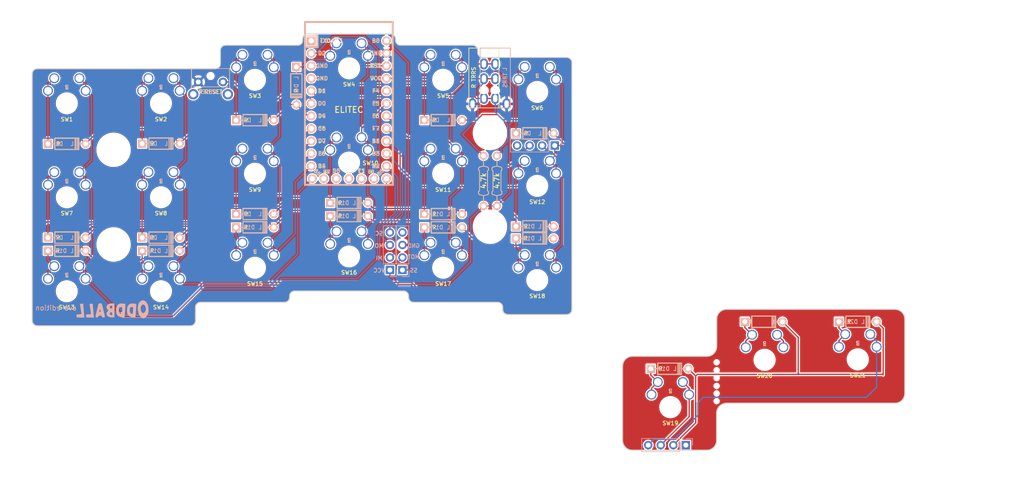
<source format=kicad_pcb>
(kicad_pcb (version 20221018) (generator pcbnew)
  (layers (0 "F.Cu" signal) (31 "B.Cu" signal) (34 "B.Paste" user) (35 "F.Paste" user) (36 "B.SilkS" user "B.Silkscreen") (37 "F.SilkS" user "F.Silkscreen") (38 "B.Mask" user) (39 "F.Mask" user) (44 "Edge.Cuts" user))
  (net 0 "")
  (net 1 "row1")
  (net 2 "Net-(U1-RST)")
  (net 3 "Net-(D16-A)")
  (net 4 "Net-(D1-A)")
  (net 5 "Net-(D3-A)")
  (net 6 "Net-(D2-A)")
  (net 7 "Net-(D4-A)")
  (net 8 "row2")
  (net 9 "Net-(D5-A)")
  (net 10 "Net-(D6-A)")
  (net 11 "Net-(D7-A)")
  (net 12 "Net-(D8-A)")
  (net 13 "Net-(D9-A)")
  (net 14 "Net-(D10-A)")
  (net 15 "Net-(D11-A)")
  (net 16 "row3")
  (net 17 "Net-(D12-A)")
  (net 18 "Net-(D13-A)")
  (net 19 "Net-(D14-A)")
  (net 20 "Net-(D15-A)")
  (net 21 "Net-(D17-A)")
  (net 22 "Net-(D18-A)")
  (net 23 "Net-(J2-Pin_3)")
  (net 24 "Net-(D19-A)")
  (net 25 "row4")
  (net 26 "column6")
  (net 27 "column5")
  (net 28 "Net-(J2-Pin_1)")
  (net 29 "GND")
  (net 30 "data1")
  (net 31 "VCC")
  (net 32 "data2")
  (net 33 "motion")
  (net 34 "ss")
  (net 35 "mosi")
  (net 36 "sclk")
  (net 37 "miso")
  (net 38 "column1")
  (net 39 "column2")
  (net 40 "column3")
  (net 41 "column4")
  (net 42 "Net-(D20-A)")
  (net 43 "Net-(J2-Pin_4)")
  (net 44 "Net-(D21-A)")
  (net 45 "Net-(D19-K)")
  (footprint "oddball:Hybrid_PLATE_100H_Dual_hole-flip" (layer "F.Cu") (at 80.53 71.38)
    (fp_text reference "SW1")
    (fp_text value "KEYSW" hide)
  )
  (footprint "oddball:Hybrid_PLATE_100H_Dual_hole-flip" (layer "F.Cu") (at 156.72 66.62)
    (fp_text reference "SW5")
    (fp_text value "KEYSW" hide)
  )
  (footprint "oddball:Hybrid_PLATE_100H_Dual_hole-flip" (layer "F.Cu") (at 99.59 90.42)
    (fp_text reference "SW8")
    (fp_text value "KEYSW" hide)
  )
  (footprint "oddball:Hybrid_PLATE_100H_Dual_hole-flip" (layer "F.Cu") (at 118.62 85.65)
    (fp_text reference "SW9")
    (fp_text value "KEYSW" hide)
  )
  (footprint "oddball:Hybrid_PLATE_100H_Dual_hole-flip" (layer "F.Cu") (at 156.72 85.65)
    (fp_text reference "SW11")
    (fp_text value "KEYSW" hide)
  )
  (footprint "oddball:Hybrid_PLATE_100H_Dual_hole-flip" (layer "F.Cu") (at 175.77 88.12)
    (fp_text reference "SW12")
    (fp_text value "KEYSW" hide)
  )
  (footprint "oddball:Hybrid_PLATE_100H_Dual_hole-flip" (layer "F.Cu") (at 80.52 109.47)
    (fp_text reference "SW13")
    (fp_text value "KEYSW" hide)
  )
  (footprint "oddball:Hybrid_PLATE_100H_Dual_hole-flip" (layer "F.Cu") (at 118.62 104.7)
    (fp_text reference "SW15")
    (fp_text value "KEYSW" hide)
  )
  (footprint "oddball:Hybrid_PLATE_100H_Dual_hole-flip" (layer "F.Cu") (at 137.67 102.42)
    (fp_text reference "SW16")
    (fp_text value "KEYSW" hide)
  )
  (footprint "oddball:Hybrid_PLATE_100H_Dual_hole-flip" (layer "F.Cu") (at 175.77 107.2)
    (fp_text reference "SW18")
    (fp_text value "KEYSW" hide)
  )
  (footprint "oddball:Hybrid_PLATE_100H_Dual_hole-flip" (layer "F.Cu") (at 118.62 66.62)
    (fp_text reference "SW3")
    (fp_text value "KEYSW" hide)
  )
  (footprint "oddball:Hybrid_PLATE_100H_Dual_hole-flip" (layer "F.Cu") (at 137.67 83.38)
    (fp_text reference "SW10")
    (fp_text value "KEYSW" hide)
  )
  (footprint "oddball:Hybrid_PLATE_100H_Dual_hole-flip" (layer "F.Cu") (at 80.53 90.43)
    (fp_text reference "SW7")
    (fp_text value "KEYSW" hide)
  )
  (footprint "oddball:Hybrid_PLATE_100H_Dual_hole-flip" (layer "F.Cu") (at 99.59 71.37)
    (fp_text reference "SW2")
    (fp_text value "KEYSW" hide)
  )
  (footprint "oddball:Hybrid_PLATE_100H_Dual_hole-flip" (layer "F.Cu") (at 137.67 64.3)
    (fp_text reference "SW4")
    (fp_text value "KEYSW" hide)
  )
  (footprint "oddball:Hybrid_PLATE_100H_Dual_hole-flip" (layer "F.Cu") (at 156.72 104.71)
    (fp_text reference "SW17")
    (fp_text value "KEYSW" hide)
  )
  (footprint "oddball:Hybrid_PLATE_100H_Dual_hole-flip" (layer "F.Cu") (at 99.59 109.47)
    (fp_text reference "SW14")
    (fp_text value "KEYSW" hide)
  )
  (footprint "oddball:Mount" (layer "F.Cu") (at 166.2 96.4)
    (fp_text reference "U4" hide)
    (fp_text value "HOLE")
  )
  (footprint "oddball:Mount" (layer "F.Cu") (at 90 80.8)
    (fp_text reference "U4" hide)
    (fp_text value "HOLE")
  )
  (footprint "oddball:Mount" (layer "F.Cu") (at 90 100)
    (fp_text reference "U4" hide)
    (fp_text value "HOLE")
  )
  (footprint "oddball:TRRS-PJ-320A-dual" (layer "F.Cu") (at 166.116 60.198)
    (fp_text reference "J3")
    (fp_text value "TRRS")
  )
  (footprint "oddball:Hybrid_PLATE_100H_Dual_hole-flip" (layer "F.Cu") (at 221.795 123.37)
    (fp_text reference "SW20")
    (fp_text value "KEYSW" hide)
  )
  (footprint "oddball:Hybrid_PLATE_100H_Dual_hole-flip" (layer "F.Cu") (at 202.715 132.955)
    (fp_text reference "SW19")
    (fp_text value "KEYSW" hide)
  )
  (footprint "Keebio-Parts:Resistor" (layer "F.Cu") (at 167.6 87.1 90)
    (fp_text reference "R1" hide)
    (fp_text value "4.7k")
  )
  (footprint "Keebio-Parts:Resistor" (layer "F.Cu") (at 164.9 87.1 -90)
    (fp_text reference "R2" hide)
    (fp_text value "4.7k")
  )
  (footprint "oddball:Hybrid_PLATE_100H_Dual_hole-flip" (layer "F.Cu") (at 175.77 69.07)
    (fp_text reference "SW6")
    (fp_text value "KEYSW" hide)
  )
  (footprint "oddball:Mount" (layer "F.Cu") (at 166.2 77.4)
    (fp_text reference "U4" hide)
    (fp_text value "HOLE")
  )
  (footprint "oddball:PerfHole" (layer "F.Cu") (at 212.09 123.87)
    (fp_text reference "REF**" hide)
    (fp_text value "PerfHole" hide)
  )
  (footprint "oddball:PerfHole" (layer "F.Cu") (at 212.09 125.47)
    (fp_text reference "REF**" hide)
    (fp_text value "PerfHole" hide)
  )
  (footprint "oddball:PerfHole" (layer "F.Cu") (at 212.09 127.08)
    (fp_text reference "REF**" hide)
    (fp_text value "PerfHole" hide)
  )
  (footprint "Keebio-Parts:Elite-C" (layer "F.Cu") (at 137.63 72.68 -90)
    (fp_text reference "U1" hide)
    (fp_text value "ELITEC")
  )
  (footprint "oddball:Hybrid_PLATE_100H_Dual_hole-flip" (layer "F.Cu") (at 240.665 123.27)
    (fp_text reference "SW21")
    (fp_text value "KEYSW" hide)
  )
  (footprint "oddball:PerfHole" (layer "F.Cu") (at 212.09 131.74)
    (fp_text reference "REF**" hide)
    (fp_text value "PerfHole" hide)
  )
  (footprint "oddball:PerfHole" (layer "F.Cu") (at 212.09 128.66)
    (fp_text reference "REF**" hide)
    (fp_text value "PerfHole" hide)
  )
  (footprint "oddball:PerfHole" (layer "F.Cu") (at 212.09 130.18)
    (fp_text reference "REF**" hide)
    (fp_text value "PerfHole" hide)
  )
  (footprint "oddball:Diode" (layer "B.Cu") (at 99.59 79.55 180)
    (fp_text reference "D2")
    (fp_text value "D" hide)
  )
  (footprint "oddball:Diode" (layer "B.Cu") (at 99.59 98.61 180)
    (fp_text reference "D8")
    (fp_text value "D" hide)
  )
  (footprint "oddball:Diode" (layer "B.Cu") (at 118.61 93.83 180)
    (fp_text reference "D9")
    (fp_text value "D" hide)
  )
  (footprint "oddball:Diode" (layer "B.Cu") (at 137.67 91.57 180)
    (fp_text reference "D10")
    (fp_text value "D" hide)
  )
  (footprint "oddball:Diode" (layer "B.Cu") (at 156.72 93.84 180)
    (fp_text reference "D11")
    (fp_text value "D" hide)
  )
  (footprint "oddball:Diode" (layer "B.Cu") (at 175.27 96.32 180)
    (fp_text reference "D12")
    (fp_text value "D" hide)
  )
  (footprint "oddball:Diode" (layer "B.Cu") (at 80.52 101.27 180)
    (fp_text reference "D13")
    (fp_text value "D" hide)
  )
  (footprint "oddball:Diode" (layer "B.Cu") (at 118.61 96.51 180)
    (fp_text reference "D15")
    (fp_text value "D" hide)
  )
  (footprint "oddball:Diode" (layer "B.Cu") (at 137.67 94.23 180)
    (fp_text reference "D16")
    (fp_text value "D" hide)
  )
  (footprint "oddball:Diode" (layer "B.Cu") (at 156.72 96.52 180)
    (fp_text reference "D17")
    (fp_text value "D" hide)
  )
  (footprint "oddball:Diode" (layer "B.Cu") (at 80.52 79.59 180)
    (fp_text reference "D1")
    (fp_text value "D" hide)
  )
  (footprint "oddball:Diode" (layer "B.Cu") (at 80.52 98.6 180)
    (fp_text reference "D7")
    (fp_text value "D" hide)
  )
  (footprint "oddball:Diode" (layer "B.Cu") (at 118.61 74.8 180)
    (fp_text reference "D3")
    (fp_text value "D" hide)
  )
  (footprint "oddball:Diode" (layer "B.Cu") (at 99.59 101.28 180)
    (fp_text reference "D14")
    (fp_text value "D" hide)
  )
  (footprint "oddball:Diode" (layer "B.Cu") (at 156.72 74.79 180)
    (fp_text reference "D5")
    (fp_text value "D" hide)
  )
  (footprint "oddball:Diode" (layer "B.Cu") (at 175.25 98.75 180)
    (fp_text reference "D18")
    (fp_text value "D" hide)
  )
  (footprint "oddball:Diode" (layer "B.Cu") (at 127 67.81 90)
    (fp_text reference "D4")
    (fp_text value "D" hide)
  )
  (footprint "oddball:Diode" (layer "B.Cu") (at 221.615 115.65 180)
    (fp_text reference "D20")
    (fp_text value "D" hide)
  )
  (footprint "oddball:Diode" (layer "B.Cu") (at 202.565 125.175 180)
    (fp_text reference "D19")
    (fp_text value "D" hide)
  )
  (footprint "Connector_PinSocket_2.54mm:PinSocket_1x04_P2.54mm_Vertical" (layer "B.Cu") (at 205.855 140.655 90)
    (fp_text reference "J2" hide)
    (fp_text value "Conn_01x03")
  )
  (footprint "Connector_PinSocket_2.54mm:PinSocket_1x04_P2.54mm_Vertical" (layer "B.Cu") (at 148.48 105.17)
    (fp_text reference "J4" hide)
    (fp_text value "Conn_02x04_Counter_Clockwise")
  )
  (footprint "Connector_PinSocket_2.54mm:PinSocket_1x04_P2.54mm_Vertical" (layer "B.Cu") (at 145.94 105.17)
    (fp_text reference "J5" hide)
    (fp_text value "Conn_02x04_Counter_Clockwise")
  )
  (footprint "oddball:SW_Tactile_SPST_Angled_MJTP1117" (layer "B.Cu") (at 112.133903 67.056 180)
    (fp_text reference "RESET1" hide)
    (fp_text value "SW_PUSH")
  )
  (footprint "oddball:oddball_text" (layer "B.Cu") (at 89.75 113.25 180)
    (fp_text reference "G***" hide)
    (fp_text value "LOGO" hide)
  )
  (footprint "oddball:Diode" (layer "B.Cu") (at 175.27 77.47 180)
    (fp_text reference "D6")
    (fp_text value "D" hide)
  )
  (footprint "Connector_PinSocket_2.54mm:PinSocket_1x04_P2.54mm_Vertical" (layer "B.Cu") (at 179.3 79.93 90)
    (fp_text reference "J1" hide)
    (fp_text value "Conn_01x03")
  )
  (footprint "oddball:Diode" (layer "B.Cu") (at 240.665 115.65 180)
    (fp_text reference "D21")
    (fp_text value "D" hide)
  )
  (gr_line (start 163.725 61.089) (end 163.725 60.6125) (stroke (width 0.2)) (layer "Edge.Cuts"))
  (gr_line (start 149.034 109.4755) (end 149.312799 109.6175) (stroke (width 0.2)) (layer "Edge.Cuts"))
  (gr_line (start 127.275 59.6125) (end 112.625 59.6125) (stroke (width 0.2)) (layer "Edge.Cuts"))
  (gr_line (start 181.775 114.18901) (end 182.084 114.14006) (stroke (width 0.2)) (layer "Edge.Cuts"))
  (gr_line (start 124.625 111.71251) (end 124.934 111.66356) (stroke (width 0.2)) (layer "Edge.Cuts"))
  (gr_line (start 106.575 112.71251) (end 106.623899 112.40349) (stroke (width 0.2)) (layer "Edge.Cuts"))
  (gr_line (start 111.816 60.0247) (end 111.6739 60.3035) (stroke (width 0.2)) (layer "Edge.Cuts"))
  (gr_line (start 111.625 60.6125) (end 111.625 63.375) (stroke (width 0.2)) (layer "Edge.Cuts"))
  (gr_line (start 149.725 110.42651) (end 149.725 110.71251) (stroke (width 0.2)) (layer "Edge.Cuts"))
  (gr_line (start 168.3628 111.90349) (end 168.584 112.12473) (stroke (width 0.2)) (layer "Edge.Cuts"))
  (gr_line (start 147.766 59.5636) (end 147.4872 59.4215) (stroke (width 0.2)) (layer "Edge.Cuts"))
  (gr_line (start 111.2128 64.184) (end 110.934 64.325999) (stroke (width 0.2)) (layer "Edge.Cuts"))
  (gr_line (start 110.934 64.325999) (end 110.625 64.375) (stroke (width 0.2)) (layer "Edge.Cuts"))
  (gr_line (start 112.316 59.6615) (end 112.0372 59.8035) (stroke (width 0.2)) (layer "Edge.Cuts"))
  (gr_arc (start 193.04 124.65) (mid 193.625786 123.235786) (end 195.04 122.65) (stroke (width 0.2)) (layer "Edge.Cuts"))
  (gr_line (start 193.04 139.7) (end 193.04 124.65) (stroke (width 0.2)) (layer "Edge.Cuts"))
  (gr_line (start 128.3239 58.0175) (end 128.275 58.3265) (stroke (width 0.2)) (layer "Edge.Cuts"))
  (gr_line (start 149.534 109.8387) (end 149.676 110.11749) (stroke (width 0.2)) (layer "Edge.Cuts"))
  (gr_line (start 195.04 122.65) (end 210.09 122.65) (stroke (width 0.2)) (layer "Edge.Cuts"))
  (gr_line (start 125.576 111.02151) (end 125.625 110.71251) (stroke (width 0.2)) (layer "Edge.Cuts"))
  (gr_line (start 111.434 63.9628) (end 111.2128 64.184) (stroke (width 0.2)) (layer "Edge.Cuts"))
  (gr_line (start 126.316 109.4755) (end 126.625 109.4265) (stroke (width 0.2)) (layer "Edge.Cuts"))
  (gr_line (start 163.774 61.398) (end 163.725 61.089) (stroke (width 0.2)) (layer "Edge.Cuts"))
  (gr_line (start 107.265999 111.76146) (end 107.575 111.71251) (stroke (width 0.2)) (layer "Edge.Cuts"))
  (gr_line (start 126.625 109.4265) (end 148.725 109.4265) (stroke (width 0.2)) (layer "Edge.Cuts"))
  (gr_line (start 125.2128 111.52151) (end 125.434 111.30029) (stroke (width 0.2)) (layer "Edge.Cuts"))
  (gr_line (start 73.93721 116.28401) (end 74.21599 116.42606) (stroke (width 0.2)) (layer "Edge.Cuts"))
  (gr_line (start 147.266 59.2003) (end 147.1239 58.9215) (stroke (width 0.2)) (layer "Edge.Cuts"))
  (gr_line (start 105.884 116.42606) (end 106.1628 116.28401) (stroke (width 0.2)) (layer "Edge.Cuts"))
  (gr_line (start 164.416 62.0401) (end 164.1372 61.898) (stroke (width 0.2)) (layer "Edge.Cuts"))
  (gr_line (start 182.775 63.089) (end 182.726 62.78) (stroke (width 0.2)) (layer "Edge.Cuts"))
  (gr_arc (start 212.09 134.175) (mid 212.675786 132.760786) (end 214.09 132.175) (stroke (width 0.2)) (layer "Edge.Cuts"))
  (gr_line (start 182.363 113.99802) (end 182.584 113.77679) (stroke (width 0.2)) (layer "Edge.Cuts"))
  (gr_line (start 128.466 57.7387) (end 128.3239 58.0175) (stroke (width 0.2)) (layer "Edge.Cuts"))
  (gr_line (start 106.384 116.06279) (end 106.526 115.78401) (stroke (width 0.2)) (layer "Edge.Cuts"))
  (gr_line (start 163.725 60.6125) (end 163.6761 60.3035) (stroke (width 0.2)) (layer "Edge.Cuts"))
  (gr_line (start 210.09 141.7) (end 195.04 141.7) (stroke (width 0.2)) (layer "Edge.Cuts"))
  (gr_line (start 168.775 112.71251) (end 168.775 113.18901) (stroke (width 0.2)) (layer "Edge.Cuts"))
  (gr_line (start 147.4872 59.4215) (end 147.266 59.2003) (stroke (width 0.2)) (layer "Edge.Cuts"))
  (gr_line (start 182.084 114.14006) (end 182.363 113.99802) (stroke (width 0.2)) (layer "Edge.Cuts"))
  (gr_line (start 149.312799 109.6175) (end 149.534 109.8387) (stroke (width 0.2)) (layer "Edge.Cuts"))
  (gr_line (start 168.726 112.40349) (end 168.775 112.71251) (stroke (width 0.2)) (layer "Edge.Cuts"))
  (gr_line (start 149.676 110.11749) (end 149.725 110.42651) (stroke (width 0.2)) (layer "Edge.Cuts"))
  (gr_line (start 126.0372 109.6175) (end 126.316 109.4755) (stroke (width 0.2)) (layer "Edge.Cuts"))
  (gr_line (start 128.687199 57.5175) (end 128.466 57.7387) (stroke (width 0.2)) (layer "Edge.Cuts"))
  (gr_line (start 248.19 132.175) (end 214.09 132.175) (stroke (width 0.2)) (layer "Edge.Cuts"))
  (gr_line (start 169.775 114.18901) (end 181.775 114.18901) (stroke (width 0.2)) (layer "Edge.Cuts"))
  (gr_line (start 147.1239 58.9215) (end 147.075 58.6125) (stroke (width 0.2)) (layer "Edge.Cuts"))
  (gr_line (start 146.6628 57.5175) (end 146.384 57.3755) (stroke (width 0.2)) (layer "Edge.Cuts"))
  (gr_line (start 127.584 59.5636) (end 127.275 59.6125) (stroke (width 0.2)) (layer "Edge.Cuts"))
  (gr_line (start 212.09 134.175) (end 212.09 139.7) (stroke (width 0.2)) (layer "Edge.Cuts"))
  (gr_line (start 125.625 110.42651) (end 125.674 110.11749) (stroke (width 0.2)) (layer "Edge.Cuts"))
  (gr_line (start 106.9872 111.90349) (end 107.265999 111.76146) (stroke (width 0.2)) (layer "Edge.Cuts"))
  (gr_line (start 128.275 58.3265) (end 128.275 58.6125) (stroke (width 0.2)) (layer "Edge.Cuts"))
  (gr_line (start 163.534 60.0247) (end 163.312799 59.8035) (stroke (width 0.2)) (layer "Edge.Cuts"))
  (gr_line (start 164.725 62.089) (end 164.416 62.0401) (stroke (width 0.2)) (layer "Edge.Cuts"))
  (gr_line (start 162.725 59.6125) (end 148.075 59.6125) (stroke (width 0.2)) (layer "Edge.Cuts"))
  (gr_line (start 163.6761 60.3035) (end 163.534 60.0247) (stroke (width 0.2)) (layer "Edge.Cuts"))
  (gr_line (start 146.884 57.7387) (end 146.6628 57.5175) (stroke (width 0.2)) (layer "Edge.Cuts"))
  (gr_line (start 110.625 64.375) (end 74.52499 64.375) (stroke (width 0.2)) (layer "Edge.Cuts"))
  (gr_line (start 73.57394 115.78401) (end 73.71599 116.06279) (stroke (width 0.2)) (layer "Edge.Cuts"))
  (gr_line (start 74.21599 64.424) (end 73.93721 64.566) (stroke (width 0.2)) (layer "Edge.Cuts"))
  (gr_line (start 125.434 111.30029) (end 125.576 111.02151) (stroke (width 0.2)) (layer "Edge.Cuts"))
  (gr_line (start 182.775 113.18901) (end 182.775 86.36) (stroke (width 0.2)) (layer "Edge.Cuts"))
  (gr_line (start 169.1872 113.99802) (end 169.466 114.14006) (stroke (width 0.2)) (layer "Edge.Cuts"))
  (gr_line (start 149.7739 111.02151) (end 149.916 111.30029) (stroke (width 0.2)) (layer "Edge.Cuts"))
  (gr_line (start 111.6739 60.3035) (end 111.625 60.6125) (stroke (width 0.2)) (layer "Edge.Cuts"))
  (gr_line (start 73.71599 64.7872) (end 73.57394 65.066) (stroke (width 0.2)) (layer "Edge.Cuts"))
  (gr_line (start 147.075 58.6125) (end 147.075 58.3265) (stroke (width 0.2)) (layer "Edge.Cuts"))
  (gr_line (start 169.466 114.14006) (end 169.775 114.18901) (stroke (width 0.2)) (layer "Edge.Cuts"))
  (gr_line (start 111.576 63.684) (end 111.434 63.9628) (stroke (width 0.2)) (layer "Edge.Cuts"))
  (gr_line (start 149.725 110.71251) (end 149.7739 111.02151) (stroke (width 0.2)) (layer "Edge.Cuts"))
  (gr_line (start 212.09 120.65) (end 212.09 115.125) (stroke (width 0.2)) (layer "Edge.Cuts"))
  (gr_line (start 150.416 111.66356) (end 150.725 111.71251) (stroke (width 0.2)) (layer "Edge.Cuts"))
  (gr_line (start 168.823899 113.49802) (end 168.966 113.77679) (stroke (width 0.2)) (layer "Edge.Cuts"))
  (gr_line (start 182.726 113.49802) (end 182.775 113.18901) (stroke (width 0.2)) (layer "Edge.Cuts"))
  (gr_line (start 182.084 62.138) (end 181.775 62.089) (stroke (width 0.2)) (layer "Edge.Cuts"))
  (gr_arc (start 212.09 139.7) (mid 211.504214 141.114214) (end 210.09 141.7) (stroke (width 0.2)) (layer "Edge.Cuts"))
  (gr_line (start 106.526 115.78401) (end 106.575 115.47501) (stroke (width 0.2)) (layer "Edge.Cuts"))
  (gr_line (start 128.275 58.6125) (end 128.226 58.9215) (stroke (width 0.2)) (layer "Edge.Cuts"))
  (gr_line (start 250.19 115.125) (end 250.19 130.175) (stroke (width 0.2)) (layer "Edge.Cuts"))
  (gr_line (start 149.916 111.30029) (end 150.1372 111.52151) (stroke (width 0.2)) (layer "Edge.Cuts"))
  (gr_line (start 73.93721 64.566) (end 73.71599 64.7872) (stroke (width 0.2)) (layer "Edge.Cuts"))
  (gr_line (start 73.71599 116.06279) (end 73.93721 116.28401) (stroke (width 0.2)) (layer "Edge.Cuts"))
  (gr_line (start 182.363 62.28) (end 182.084 62.138) (stroke (width 0.2)) (layer "Edge.Cuts"))
  (gr_line (start 125.816 109.8387) (end 126.0372 109.6175) (stroke (width 0.2)) (layer "Edge.Cuts"))
  (gr_line (start 148.725 109.4265) (end 149.034 109.4755) (stroke (width 0.2)) (layer "Edge.Cuts"))
  (gr_line (start 181.775 62.089) (end 164.725 62.089) (stroke (width 0.2)) (layer "Edge.Cuts"))
  (gr_line (start 167.775 111.71251) (end 168.084 111.76146) (stroke (width 0.2)) (layer "Edge.Cuts"))
  (gr_line (start 73.52499 65.375) (end 73.52499 115.47501) (stroke (width 0.2)) (layer "Edge.Cuts"))
  (gr_line (start 112.625 59.6125) (end 112.316 59.6615) (stroke (width 0.2)) (layer "Edge.Cuts"))
  (gr_line (start 164.1372 61.898) (end 163.916 61.6768) (stroke (width 0.2)) (layer "Edge.Cuts"))
  (gr_line (start 163.034 59.6615) (end 162.725 59.6125) (stroke (width 0.2)) (layer "Edge.Cuts"))
  (gr_line (start 106.1628 116.28401) (end 106.384 116.06279) (stroke (width 0.2)) (layer "Edge.Cuts"))
  (gr_line (start 106.575 115.47501) (end 106.575 112.71251) (stroke (width 0.2)) (layer "Edge.Cuts"))
  (gr_arc (start 250.19 130.175) (mid 249.604214 131.589214) (end 248.19 132.175) (stroke (width 0.2)) (layer "Edge.Cuts"))
  (gr_line (start 128.084 59.2003) (end 127.8628 59.4215) (stroke (width 0.2)) (layer "Edge.Cuts"))
  (gr_line (start 127.8628 59.4215) (end 127.584 59.5636) (stroke (width 0.2)) (layer "Edge.Cuts"))
  (gr_line (start 112.0372 59.8035) (end 111.816 60.0247) (stroke (width 0.2)) (layer "Edge.Cuts"))
  (gr_line (start 168.584 112.12473) (end 168.726 112.40349) (stroke (width 0.2)) (layer "Edge.Cuts"))
  (gr_line (start 182.584 113.77679) (end 182.726 113.49802) (stroke (width 0.2)) (layer "Edge.Cuts"))
  (gr_line (start 105.575 116.47501) (end 105.884 116.42606) (stroke (width 0.2)) (layer "Edge.Cuts"))
  (gr_line (start 125.674 110.11749) (end 125.816 109.8387) (stroke (width 0.2)) (layer "Edge.Cuts"))
  (gr_line (start 106.623899 112.40349) (end 106.765999 112.12473) (stroke (width 0.2)) (layer "Edge.Cuts"))
  (gr_arc (start 212.09 120.65) (mid 211.504214 122.064214) (end 210.09 122.65) (stroke (width 0.2)) (layer "Edge.Cuts"))
  (gr_line (start 125.625 110.71251) (end 125.625 110.42651) (stroke (width 0.2)) (layer "Edge.Cuts"))
  (gr_line (start 74.52499 64.375) (end 74.21599 64.424) (stroke (width 0.2)) (layer "Edge.Cuts"))
  (gr_line (start 146.075 57.3265) (end 129.275 57.3265) (stroke (width 0.2)) (layer "Edge.Cuts"))
  (gr_arc (start 195.04 141.7) (mid 193.625786 141.114214) (end 193.04 139.7) (stroke (width 0.2)) (layer "Edge.Cuts"))
  (gr_line (start 147.026 58.0175) (end 146.884 57.7387) (stroke (width 0.2)) (layer "Edge.Cuts"))
  (gr_line (start 111.625 63.375) (end 111.576 63.684) (stroke (width 0.2)) (layer "Edge.Cuts"))
  (gr_arc (start 248.19 113.125) (mid 249.604214 113.710786) (end 250.19 115.125) (stroke (width 0.2)) (layer "Edge.Cuts"))
  (gr_arc (start 212.09 115.125) (mid 212.675786 113.710786) (end 214.09 113.125) (stroke (width 0.2)) (layer "Edge.Cuts"))
  (gr_line (start 182.775 86.36) (end 182.775 63.089) (stroke (width 0.2)) (layer "Edge.Cuts"))
  (gr_line (start 168.775 113.18901) (end 168.823899 113.49802) (stroke (width 0.2)) (layer "Edge.Cuts"))
  (gr_line (start 148.075 59.6125) (end 147.766 59.5636) (stroke (width 0.2)) (layer "Edge.Cuts"))
  (gr_line (start 168.966 113.77679) (end 169.1872 113.99802) (stroke (width 0.2)) (layer "Edge.Cuts"))
  (gr_line (start 128.226 58.9215) (end 128.084 59.2003) (stroke (width 0.2)) (layer "Edge.Cuts"))
  (gr_line (start 107.575 111.71251) (end 124.625 111.71251) (stroke (width 0.2)) (layer "Edge.Cuts"))
  (gr_line (start 150.1372 111.52151) (end 150.416 111.66356) (stroke (width 0.2)) (layer "Edge.Cuts"))
  (gr_line (start 73.52499 115.47501) (end 73.57394 115.78401) (stroke (width 0.2)) (layer "Edge.Cuts"))
  (gr_line (start 214.09 113.125) (end 248.19 113.125) (stroke (width 0.2)) (layer "Edge.Cuts"))
  (gr_line (start 73.57394 65.066) (end 73.52499 65.375) (stroke (width 0.2)) (layer "Edge.Cuts"))
  (gr_line (start 163.916 61.6768) (end 163.774 61.398) (stroke (width 0.2)) (layer "Edge.Cuts"))
  (gr_line (start 182.584 62.5012) (end 182.363 62.28) (stroke (width 0.2)) (layer "Edge.Cuts"))
  (gr_line (start 182.726 62.78) (end 182.584 62.5012) (stroke (width 0.2)) (layer "Edge.Cuts"))
  (gr_line (start 150.725 111.71251) (end 167.775 111.71251) (stroke (width 0.2)) (layer "Edge.Cuts"))
  (gr_line (start 128.966 57.3755) (end 128.687199 57.5175) (stroke (width 0.2)) (layer "Edge.Cuts"))
  (gr_line (start 146.384 57.3755) (end 146.075 57.3265) (stroke (width 0.2)) (layer "Edge.Cuts"))
  (gr_line (start 124.934 111.66356) (end 125.2128 111.52151) (stroke (width 0.2)) (layer "Edge.Cuts"))
  (gr_line (start 74.52499 116.47501) (end 105.575 116.47501) (stroke (width 0.2)) (layer "Edge.Cuts"))
  (gr_line (start 168.084 111.76146) (end 168.3628 111.90349) (stroke (width 0.2)) (layer "Edge.Cuts"))
  (gr_line (start 147.075 58.3265) (end 147.026 58.0175) (stroke (width 0.2)) (layer "Edge.Cuts"))
  (gr_line (start 129.275 57.3265) (end 128.966 57.3755) (stroke (width 0.2)) (layer "Edge.Cuts"))
  (gr_line (start 74.21599 116.42606) (end 74.52499 116.47501) (stroke (width 0.2)) (layer "Edge.Cuts"))
  (gr_line (start 106.765999 112.12473) (end 106.9872 111.90349) (stroke (width 0.2)) (layer "Edge.Cuts"))
  (gr_line (start 163.312799 59.8035) (end 163.034 59.6615) (stroke (width 0.2)) (layer "Edge.Cuts"))
  (gr_text "MO" (at 143.75 100.25) (layer "B.SilkS") (effects (font (size 0.8 0.8)) (justify mirror)))
  (gr_text "GND" (at 150.75 100.25) (layer "B.SilkS") (effects (font (size 0.8 0.8)) (justify mirror)))
  (gr_text "VCC" (at 143.75 105.25) (layer "B.SilkS") (effects (font (size 0.8 0.8)) (justify mirror)))
  (gr_text "SS" (at 150.75 105.25) (layer "B.SilkS") (effects (font (size 0.8 0.8)) (justify mirror)))
  (gr_text "MI" (at 143.75 102.75) (layer "B.SilkS") (effects (font (size 0.8 0.8)) (justify mirror)))
  (gr_text "eve edition" (at 82.595662 113.439304) (layer "B.SilkS") (effects (font (size 1 1)) (justify left bottom mirror)))
  (gr_text "MOT\n" (at 150.75 102.5) (layer "B.SilkS") (effects (font (size 0.8 0.8)) (justify mirror)))
  (gr_text "SC" (at 143.75 97.75) (layer "B.SilkS") (effects (font (size 0.8 0.8)) (justify mirror)))
  (segment (start 167.71 73.66) (end 168.75101 74.70101) (width 0.25) (layer "F.Cu") (net 1))
  (segment (start 75.624499 78.439499) (end 83.179499 78.439499) (width 0.25) (layer "F.Cu") (net 1))
  (segment (start 181.85 108.29999) (end 179.44999 110.7) (width 0.25) (layer "F.Cu") (net 1))
  (segment (start 181.85 80.24) (end 181.85 108.29999) (width 0.25) (layer "F.Cu") (net 1))
  (segment (start 123.570501 73.649499) (end 123.91 73.31) (width 0.25) (layer "F.Cu") (net 1))
  (segment (start 87.42 76.5) (end 100.35 76.5) (width 0.25) (layer "F.Cu") (net 1))
  (segment (start 160.53 74.79) (end 163.518998 74.79) (width 0.25) (layer "F.Cu") (net 1))
  (segment (start 74.75 79.313998) (end 75.624499 78.439499) (width 0.25) (layer "F.Cu") (net 1))
  (segment (start 77.95 114.6) (end 74.75 111.4) (width 0.25) (layer "F.Cu") (net 1))
  (segment (start 101.9 114.6) (end 77.95 114.6) (width 0.25) (layer "F.Cu") (net 1))
  (segment (start 102.574501 78.724501) (end 103.4 79.55) (width 0.25) (layer "F.Cu") (net 1))
  (segment (start 176.31101 74.70101) (end 181.85 80.24) (width 0.25) (layer "F.Cu") (net 1))
  (segment (start 152.7 110.7) (end 150.2 108.2) (width 0.25) (layer "F.Cu") (net 1))
  (segment (start 163.518998 74.79) (end 164.648998 73.66) (width 0.25) (layer "F.Cu") (net 1))
  (segment (start 129.33 73.95) (end 130.01 73.95) (width 0.25) (layer "F.Cu") (net 1))
  (segment (start 109.300501 73.649499) (end 109 73.95) (width 0.25) (layer "F.Cu") (net 1))
  (segment (start 122.42 74.8) (end 123.91 73.31) (width 0.25) (layer "F.Cu") (net 1))
  (segment (start 109 73.95) (end 103.4 79.55) (width 0.25) (layer "F.Cu") (net 1))
  (segment (start 164.648998 73.66) (end 167.71 73.66) (width 0.25) (layer "F.Cu") (net 1))
  (segment (start 127 71.62) (end 129.33 73.95) (width 0.25) (layer "F.Cu") (net 1))
  (segment (start 168.75101 74.70101) (end 176.31101 74.70101) (width 0.25) (layer "F.Cu") (net 1))
  (segment (start 123.91 73.31) (end 125.6 71.62) (width 0.25) (layer "F.Cu") (net 1))
  (segment (start 84.33 79.59) (end 87.42 76.5) (width 0.25) (layer "F.Cu") (net 1))
  (segment (start 83.179499 78.439499) (end 84.33 79.59) (width 0.25) (layer "F.Cu") (net 1))
  (segment (start 108.3 108.2) (end 101.9 114.6) (width 0.25) (layer "F.Cu") (net 1))
  (segment (start 179.44999 110.7) (end 152.7 110.7) (width 0.25) (layer "F.Cu") (net 1))
  (segment (start 121.269499 73.649499) (end 109.300501 73.649499) (width 0.25) (layer "F.Cu") (net 1))
  (segment (start 150.2 108.2) (end 108.3 108.2) (width 0.25) (layer "F.Cu") (net 1))
  (segment (start 100.35 76.5) (end 102.574501 78.724501) (width 0.25) (layer "F.Cu") (net 1))
  (segment (start 74.75 111.4) (end 74.75 79.313998) (width 0.25) (layer "F.Cu") (net 1))
  (segment (start 125.6 71.62) (end 127 71.62) (width 0.25) (layer "F.Cu") (net 1))
  (segment (start 122.42 74.8) (end 121.269499 73.649499) (width 0.25) (layer "F.Cu") (net 1))
  (segment (start 114.3 67.056) (end 112.133903 67.056) (width 0.25) (layer "F.Cu") (net 2))
  (segment (start 138.443422 61.641448) (end 136.608552 61.641448) (width 0.25) (layer "F.Cu") (net 2))
  (segment (start 133.258699 64.991301) (end 128.758699 64.991301) (width 0.25) (layer "F.Cu") (net 2))
  (segment (start 145.25 63.79) (end 140.591974 63.79) (width 0.25) (layer "F.Cu") (net 2))
  (segment (start 122.375 71.375) (end 118.619 71.375) (width 0.25) (layer "F.Cu") (net 2))
  (segment (start 128.758699 64.991301) (end 122.375 71.375) (width 0.25) (layer "F.Cu") (net 2))
  (segment (start 136.608552 61.641448) (end 133.258699 64.991301) (width 0.25) (layer "F.Cu") (net 2))
  (segment (start 140.591974 63.79) (end 138.443422 61.641448) (width 0.25) (layer "F.Cu") (net 2))
  (segment (start 118.619 71.375) (end 114.3 67.056) (width 0.25) (layer "F.Cu") (net 2))
  (segment (start 133.86 96.07) (end 135.13 97.34) (width 0.25) (layer "B.Cu") (net 3))
  (segment (start 133.86 98.61) (end 133.86 99.88) (width 0.25) (layer "B.Cu") (net 3))
  (segment (start 133.86 94.23) (end 133.86 96.07) (width 0.25) (layer "B.Cu") (net 3))
  (segment (start 135.13 97.34) (end 133.86 98.61) (width 0.25) (layer "B.Cu") (net 3))
  (segment (start 76.71 79.59) (end 76.71 68.85) (width 0.25) (layer "B.Cu") (net 4))
  (segment (start 77.99 66.3) (end 76.72 67.57) (width 0.25) (layer "B.Cu") (net 4))
  (segment (start 76.71 68.85) (end 76.72 68.84) (width 0.25) (layer "B.Cu") (net 4))
  (segment (start 76.72 67.57) (end 76.72 68.84) (width 0.25) (layer "B.Cu") (net 4))
  (segment (start 114.81 62.81) (end 114.81 64.08) (width 0.25) (layer "B.Cu") (net 5))
  (segment (start 116.08 61.54) (end 114.81 62.81) (width 0.25) (layer "B.Cu") (net 5))
  (segment (start 114.8 64.09) (end 114.81 64.08) (width 0.25) (layer "B.Cu") (net 5))
  (segment (start 114.8 74.8) (end 114.8 64.09) (width 0.25) (layer "B.Cu") (net 5))
  (segment (start 95.78 67.56) (end 95.78 68.83) (width 0.25) (layer "B.Cu") (net 6))
  (segment (start 97.05 66.29) (end 95.78 67.56) (width 0.25) (layer "B.Cu") (net 6))
  (segment (start 95.78 79.55) (end 95.78 68.83) (width 0.25) (layer "B.Cu") (net 6))
  (segment (start 132.732602 62.52) (end 133.492602 61.76) (width 0.25) (layer "B.Cu") (net 7))
  (segment (start 133.492602 61.76) (end 133.86 61.76) (width 0.25) (layer "B.Cu") (net 7))
  (segment (start 133.86 60.49) (end 133.86 61.76) (width 0.25) (layer "B.Cu") (net 7))
  (segment (start 135.13 59.22) (end 133.86 60.49) (width 0.25) (layer "B.Cu") (net 7))
  (segment (start 128.0755 64) (end 129.5555 62.52) (width 0.25) (layer "B.Cu") (net 7))
  (segment (start 127 64) (end 128.0755 64) (width 0.25) (layer "B.Cu") (net 7))
  (segment (start 129.5555 62.52) (end 132.732602 62.52) (width 0.25) (layer "B.Cu") (net 7))
  (segment (start 123.570501 92.679499) (end 109.330501 92.679499) (width 0.25) (layer "F.Cu") (net 8))
  (segment (start 125.919499 85.669499) (end 125.919499 85.660501) (width 0.25) (layer "F.Cu") (net 8))
  (segment (start 106.105 95.905) (end 103.4 98.61) (width 0.25) (layer "F.Cu") (net 8))
  (segment (start 123.570501 92.679499) (end 124.025 92.225) (width 0.25) (layer "F.Cu") (net 8))
  (segment (start 125.830501 90.419499) (end 124.025 92.225) (width 0.25) (layer "F.Cu") (net 8))
  (segment (start 163.360501 91.009499) (end 160.53 93.84) (width 0.25) (layer "F.Cu") (net 8))
  (segment (start 175.95 94.8) (end 177.56 94.8) (width 0.25) (layer "F.Cu") (net 8))
  (segment (start 141.48 91.57) (end 142.599499 92.689499) (width 0.25) (layer "F.Cu") (net 8))
  (segment (start 105.707313 96.302687) (end 106.105 95.905) (width 0.25) (layer "F.Cu") (net 8))
  (segment (start 140.329499 90.419499) (end 125.919499 90.419499) (width 0.25) (layer "F.Cu") (net 8))
  (segment (start 175.95 94.8) (end 171.912742 94.8) (width 0.25) (layer "F.Cu") (net 8))
  (segment (start 171.912742 94.8) (end 168.122241 91.009499) (width 0.25) (layer "F.Cu") (net 8))
  (segment (start 125.919499 85.660501) (end 130.01 81.57) (width 0.25) (layer "F.Cu") (net 8))
  (segment (start 176.892567 94.8) (end 175.95 94.8) (width 0.25) (layer "F.Cu") (net 8))
  (segment (start 177.56 94.8) (end 179.08 96.32) (width 0.25) (layer "F.Cu") (net 8))
  (segment (start 105.707313 96.302687) (end 86.627313 96.302687) (width 0.25) (layer "F.Cu") (net 8))
  (segment (start 179.58 96.32) (end 178.412567 96.32) (width 0.25) (layer "F.Cu") (net 8))
  (segment (start 141.48 91.57) (end 140.329499 90.419499) (width 0.25) (layer "F.Cu") (net 8))
  (segment (start 86.627313 96.302687) (end 84.33 98.6) (width 0.25) (layer "F.Cu") (net 8))
  (segment (start 168.122241 91.009499) (end 163.360501 91.009499) (width 0.25) (layer "F.Cu") (net 8))
  (segment (start 125.919499 85.669499) (end 125.919499 90.419499) (width 0.25) (layer "F.Cu") (net 8))
  (segment (start 142.599499 92.689499) (end 159.379499 92.689499) (width 0.25) (layer "F.Cu") (net 8))
  (segment (start 109.330501 92.679499) (end 106.105 95.905) (width 0.25) (layer "F.Cu") (net 8))
  (segment (start 160.53 93.84) (end 159.379499 92.689499) (width 0.25) (layer "F.Cu") (net 8))
  (segment (start 125.919499 90.419499) (end 125.830501 90.419499) (width 0.25) (layer "F.Cu") (net 8))
  (segment (start 124.025 92.225) (end 122.42 93.83) (width 0.25) (layer "F.Cu") (net 8))
  (segment (start 152.91 74.79) (end 152.91 64.08) (width 0.25) (layer "B.Cu") (net 9))
  (segment (start 154.18 61.54) (end 152.91 62.81) (width 0.25) (layer "B.Cu") (net 9))
  (segment (start 152.91 62.81) (end 152.91 64.08) (width 0.25) (layer "B.Cu") (net 9))
  (segment (start 171.46 67.03) (end 171.96 66.53) (width 0.25) (layer "B.Cu") (net 10))
  (segment (start 171.46 77.47) (end 171.46 67.03) (width 0.25) (layer "B.Cu") (net 10))
  (segment (start 171.96 65.26) (end 171.96 66.53) (width 0.25) (layer "B.Cu") (net 10))
  (segment (start 173.23 63.99) (end 171.96 65.26) (width 0.25) (layer "B.Cu") (net 10))
  (segment (start 76.72 86.62) (end 76.72 87.89) (width 0.25) (layer "B.Cu") (net 11))
  (segment (start 76.71 98.6) (end 76.71 87.9) (width 0.25) (layer "B.Cu") (net 11))
  (segment (start 77.99 85.35) (end 76.72 86.62) (width 0.25) (layer "B.Cu") (net 11))
  (segment (start 76.71 87.9) (end 76.72 87.89) (width 0.25) (layer "B.Cu") (net 11))
  (segment (start 95.78 87.805) (end 96.435 87.15) (width 0.25) (layer "B.Cu") (net 12))
  (segment (start 95.78 86.61) (end 95.78 87.88) (width 0.25) (layer "B.Cu") (net 12))
  (segment (start 97.05 85.34) (end 95.78 86.61) (width 0.25) (layer "B.Cu") (net 12))
  (segment (start 95.78 98.61) (end 95.78 87.805) (width 0.25) (layer "B.Cu") (net 12))
  (segment (start 116.08 80.57) (end 114.81 81.84) (width 0.25) (layer "B.Cu") (net 13))
  (segment (start 114.8 93.83) (end 114.8 83.12) (width 0.25) (layer "B.Cu") (net 13))
  (segment (start 114.81 81.84) (end 114.81 83.11) (width 0.25) (layer "B.Cu") (net 13))
  (segment (start 114.8 83.12) (end 114.81 83.11) (width 0.25) (layer "B.Cu") (net 13))
  (segment (start 133.86 91.57) (end 133.83 91.54) (width 0.25) (layer "B.Cu") (net 14))
  (segment (start 135.13 78.3) (end 133.86 79.57) (width 0.25) (layer "B.Cu") (net 14))
  (segment (start 133.83 91.54) (end 133.83 80.87) (width 0.25) (layer "B.Cu") (net 14))
  (segment (start 133.83 80.87) (end 133.86 80.84) (width 0.25) (layer "B.Cu") (net 14))
  (segment (start 133.86 79.57) (end 133.86 80.84) (width 0.25) (layer "B.Cu") (net 14))
  (segment (start 152.91 81.84) (end 152.91 83.11) (width 0.25) (layer "B.Cu") (net 15))
  (segment (start 154.18 80.57) (end 152.91 81.84) (width 0.25) (layer "B.Cu") (net 15))
  (segment (start 152.91 93.84) (end 152.91 83.11) (width 0.25) (layer "B.Cu") (net 15))
  (segment (start 96.76 102.84) (end 98.32 101.28) (width 0.25) (layer "F.Cu") (net 16))
  (segment (start 109.144101 92.229489) (end 123.384101 92.229489) (width 0.25) (layer "F.Cu") (net 16))
  (segment (start 105.520912 95.852678) (end 109.144101 92.229489) (width 0.25) (layer "F.Cu") (net 16))
  (segment (start 158.042567 95.2) (end 142.45 95.2) (width 0.25) (layer "F.Cu") (net 16))
  (segment (start 98.32 101.28) (end 103.4 101.28) (width 0.25) (layer "F.Cu") (net 16))
  (segment (start 95.76 102.84) (end 96.76 102.84) (width 0.25) (layer "F.Cu") (net 16))
  (segment (start 125.850501 93.079499) (end 122.42 96.51) (width 0.25) (layer "F.Cu") (net 16))
  (segment (start 160.53 96.52) (end 164.170501 100.160501) (width 0.25) (layer "F.Cu") (net 16))
  (segment (start 142.45 95.2) (end 141.48 94.23) (width 0.25) (layer "F.Cu") (net 16))
  (segment (start 87.2 104.14) (end 94.46 104.14) (width 0.25) (layer "F.Cu") (net 16))
  (segment (start 94.46 104.14) (end 95.76 102.84) (width 0.25) (layer "F.Cu") (net 16))
  (segment (start 125.456795 90.156795) (end 125.456795 84.343205) (width 0.25) (layer "F.Cu") (net 16))
  (segment (start 121.269499 95.359499) (end 109.320501 95.359499) (width 0.25) (layer "F.Cu") (net 16))
  (segment (start 174.589499 100.160501) (end 176 98.75) (width 0.25) (layer "F.Cu") (net 16))
  (segment (start 83.179499 98.047759) (end 85.37458 95.852678) (width 0.25) (layer "F.Cu") (net 16))
  (segment (start 130.01 79.03) (end 125.456795 83.583205) (width 0.25) (layer "F.Cu") (net 16))
  (segment (start 122.42 96.51) (end 121.269499 95.359499) (width 0.25) (layer "F.Cu") (net 16))
  (segment (start 125.456795 83.583205) (end 125.456795 84.343205) (width 0.25) (layer "F.Cu") (net 16))
  (segment (start 159.362567 96.52) (end 158.042567 95.2) (width 0.25) (layer "F.Cu") (net 16))
  (segment (start 84.33 101.27) (end 87.2 104.14) (width 0.25) (layer "F.Cu") (net 16))
  (segment (start 83.179499 100.119499) (end 83.179499 98.047759) (width 0.25) (layer "F.Cu") (net 16))
  (segment (start 84.33 101.27) (end 83.179499 100.119499) (width 0.25) (layer "F.Cu") (net 16))
  (segment (start 176 98.75) (end 179.06 98.75) (width 0.25) (layer "F.Cu") (net 16))
  (segment (start 164.170501 100.160501) (end 174.589499 100.160501) (width 0.25) (layer "F.Cu") (net 16))
  (segment (start 109.320501 95.359499) (end 103.4 101.28) (width 0.25) (layer "F.Cu") (net 16))
  (segment (start 160.53 96.52) (end 159.362567 96.52) (width 0.25) (layer "F.Cu") (net 16))
  (segment (start 123.384101 92.229489) (end 125.456795 90.156795) (width 0.25) (layer "F.Cu") (net 16))
  (segment (start 140.329499 93.079499) (end 125.850501 93.079499) (width 0.25) (layer "F.Cu") (net 16))
  (segment (start 141.48 94.23) (end 140.329499 93.079499) (width 0.25) (layer "F.Cu") (net 16))
  (segment (start 85.37458 95.852678) (end 105.520912 95.852678) (width 0.25) (layer "F.Cu") (net 16))
  (segment (start 173.23 83.04) (end 171.96 84.31) (width 0.25) (layer "B.Cu") (net 17))
  (segment (start 171.96 84.31) (end 171.96 85.58) (width 0.25) (layer "B.Cu") (net 17))
  (segment (start 171.46 86.08) (end 171.96 85.58) (width 0.25) (layer "B.Cu") (net 17))
  (segment (start 171.46 96.32) (end 171.46 86.08) (width 0.25) (layer "B.Cu") (net 17))
  (segment (start 76.71 103.12) (end 76.71 101.27) (width 0.25) (layer "B.Cu") (net 18))
  (segment (start 77.98 104.39) (end 76.71 103.12) (width 0.25) (layer "B.Cu") (net 18))
  (segment (start 76.71 105.66) (end 76.71 106.93) (width 0.25) (layer "B.Cu") (net 18))
  (segment (start 77.98 104.39) (end 76.71 105.66) (width 0.25) (layer "B.Cu") (net 18))
  (segment (start 97.07 104.68) (end 95.78 103.39) (width 0.25) (layer "B.Cu") (net 19))
  (segment (start 95.78 103.39) (end 95.78 101.28) (width 0.25) (layer "B.Cu") (net 19))
  (segment (start 95.78 105.66) (end 95.78 106.93) (width 0.25) (layer "B.Cu") (net 19))
  (segment (start 97.05 104.39) (end 95.78 105.66) (width 0.25) (layer "B.Cu") (net 19))
  (segment (start 116.08 99.62) (end 114.81 100.89) (width 0.25) (layer "B.Cu") (net 20))
  (segment (start 116.08 99.62) (end 114.8 98.34) (width 0.25) (layer "B.Cu") (net 20))
  (segment (start 114.81 100.89) (end 114.81 102.16) (width 0.25) (layer "B.Cu") (net 20))
  (segment (start 114.8 98.34) (end 114.8 96.51) (width 0.25) (layer "B.Cu") (net 20))
  (segment (start 153.180001 98.630001) (end 154.18 99.63) (width 0.25) (layer "B.Cu") (net 21))
  (segment (start 152.91 96.52) (end 152.91 98.36) (width 0.25) (layer "B.Cu") (net 21))
  (segment (start 154.18 99.63) (end 152.91 100.9) (width 0.25) (layer "B.Cu") (net 21))
  (segment (start 152.91 98.36) (end 153.180001 98.630001) (width 0.25) (layer "B.Cu") (net 21))
  (segment (start 152.91 100.9) (end 152.91 102.17) (width 0.25) (layer "B.Cu") (net 21))
  (segment (start 173.23 102.12) (end 171.96 103.39) (width 0.25) (layer "B.Cu") (net 22))
  (segment (start 171.96 103.39) (end 171.96 104.66) (width 0.25) (layer "B.Cu") (net 22))
  (segment (start 171.44 98.75) (end 171.44 100.33) (width 0.25) (layer "B.Cu") (net 22))
  (segment (start 171.44 100.33) (end 173.23 102.12) (width 0.25) (layer "B.Cu") (net 22))
  (segment (start 205.255 127.875) (end 206.525 129.145) (width 0.25) (layer "F.Cu") (net 23))
  (segment (start 206.525 134.905) (end 200.775 140.655) (width 0.25) (layer "F.Cu") (net 23))
  (segment (start 206.525 130.415) (end 206.525 134.905) (width 0.25) (layer "F.Cu") (net 23))
  (segment (start 206.525 129.145) (end 206.525 130.415) (width 0.25) (layer "F.Cu") (net 23))
  (segment (start 198.755 125.175) (end 198.755 126.455) (width 0.25) (layer "F.Cu") (net 24))
  (segment (start 198.755 126.455) (end 200.175 127.875) (width 0.25) (layer "F.Cu") (net 24))
  (segment (start 200.175 127.875) (end 198.905 129.145) (width 0.25) (layer "F.Cu") (net 24))
  (segment (start 198.905 129.145) (end 198.905 130.415) (width 0.25) (layer "F.Cu") (net 24))
  (segment (start 108.187221 107.676369) (end 101.76359 114.1) (width 0.25) (layer "F.Cu") (net 25))
  (segment (start 124.25 82.25) (end 130.01 76.49) (width 0.25) (layer "F.Cu") (net 25))
  (segment (start 124.25 89.893215) (end 124.25 82.25) (width 0.25) (layer "F.Cu") (net 25))
  (segment (start 110.843965 89.893215) (end 124.25 89.893215) (width 0.25) (layer "F.Cu") (net 25))
  (segment (start 181.399989 83.999989) (end 181.399989 108.100011) (width 0.25) (layer "F.Cu") (net 25))
  (segment (start 152.886399 110.249989) (end 150.312779 107.676369) (width 0.25) (layer "F.Cu") (net 25))
  (segment (start 179.250011 110.249989) (end 152.886399 110.249989) (width 0.25) (layer "F.Cu") (net 25))
  (segment (start 76.497333 95.402667) (end 105.334513 95.402667) (width 0.25) (layer "F.Cu") (net 25))
  (segment (start 178.85 81.45) (end 181.399989 83.999989) (width 0.25) (layer "F.Cu") (net 25))
  (segment (start 176.76 79.93) (end 178.28 81.45) (width 0.25) (layer "F.Cu") (net 25))
  (segment (start 181.399989 108.100011) (end 179.250011 110.249989) (width 0.25) (layer "F.Cu") (net 25))
  (segment (start 101.76359 114.1) (end 78.3 114.1) (width 0.25) (layer "F.Cu") (net 25))
  (segment (start 105.334513 95.402667) (end 110.843965 89.893215) (width 0.25) (layer "F.Cu") (net 25))
  (segment (start 78.3 114.1) (end 75.200011 111.000011) (width 0.25) (layer "F.Cu") (net 25))
  (segment (start 75.200011 111.000011) (end 75.200011 96.699989) (width 0.25) (layer "F.Cu") (net 25))
  (segment (start 178.28 81.45) (end 178.85 81.45) (width 0.25) (layer "F.Cu") (net 25))
  (segment (start 150.312779 107.676369) (end 108.187221 107.676369) (width 0.25) (layer "F.Cu") (net 25))
  (segment (start 75.200011 96.699989) (end 76.497333 95.402667) (width 0.25) (layer "F.Cu") (net 25))
  (segment (start 151.75 88.25) (end 148 84.5) (width 0.25) (layer "F.Cu") (net 26))
  (segment (start 175.85 85.5) (end 174.5 85.5) (width 0.25) (layer "F.Cu") (net 26))
  (segment (start 148 79.24) (end 146.126299 77.366299) (width 0.25) (layer "F.Cu") (net 26))
  (segment (start 146.126299 77.366299) (end 145.25 76.49) (width 0.25) (layer "F.Cu") (net 26))
  (segment (start 174.5 85.5) (end 171.75 88.25) (width 0.25) (layer "F.Cu") (net 26))
  (segment (start 148 84.5) (end 148 79.24) (width 0.25) (layer "F.Cu") (net 26))
  (segment (start 178.31 83.04) (end 175.85 85.5) (width 0.25) (layer "F.Cu") (net 26))
  (segment (start 171.75 88.25) (end 151.75 88.25) (width 0.25) (layer "F.Cu") (net 26))
  (segment (start 179.58 84.31) (end 179.58 85.58) (width 0.25) (layer "B.Cu") (net 26))
  (segment (start 180.730501 86.730501) (end 180.579999 86.579999) (width 0.25) (layer "B.Cu") (net 26))
  (segment (start 179.58 65.26) (end 179.58 66.53) (width 0.25) (layer "B.Cu") (net 26))
  (segment (start 180.4 79.93) (end 179.3 79.93) (width 0.25) (layer "B.Cu") (net 26))
  (segment (start 179.58 66.53) (end 180.848 67.798) (width 0.25) (layer "B.Cu") (net 26))
  (segment (start 178.29 102.41) (end 180.730501 99.969499) (width 0.25) (layer "B.Cu") (net 26))
  (segment (start 179.3 82.05) (end 178.31 83.04) (width 0.25) (layer "B.Cu") (net 26))
  (segment (start 179.58 103.39) (end 179.58 104.66) (width 0.25) (layer "B.Cu") (net 26))
  (segment (start 179.3 79.93) (end 179.3 82.05) (width 0.25) (layer "B.Cu") (net 26))
  (segment (start 178.31 83.04) (end 179.58 84.31) (width 0.25) (layer "B.Cu") (net 26))
  (segment (start 180.579999 86.579999) (end 179.58 85.58) (width 0.25) (layer "B.Cu") (net 26))
  (segment (start 178.31 102.12) (end 179.58 103.39) (width 0.25) (layer "B.Cu") (net 26))
  (segment (start 180.848 67.798) (end 180.848 79.482) (width 0.25) (layer "B.Cu") (net 26))
  (segment (start 180.848 79.482) (end 180.4 79.93) (width 0.25) (layer "B.Cu") (net 26))
  (segment (start 178.31 63.99) (end 179.58 65.26) (width 0.25) (layer "B.Cu") (net 26))
  (segment (start 180.730501 99.969499) (end 180.730501 86.730501) (width 0.25) (layer "B.Cu") (net 26))
  (segment (start 156.94 78.25) (end 149.55 78.25) (width 0.25) (layer "F.Cu") (net 27))
  (segment (start 161.529999 84.109999) (end 160.53 83.11) (width 0.25) (layer "F.Cu") (net 27))
  (segment (start 149.55 78.25) (end 145.25 73.95) (width 0.25) (layer "F.Cu") (net 27))
  (segment (start 170.040001 84.109999) (end 161.529999 84.109999) (width 0.25) (layer "F.Cu") (net 27))
  (segment (start 174.22 79.93) (end 170.040001 84.109999) (width 0.25) (layer "F.Cu") (net 27))
  (segment (start 159.26 80.57) (end 156.94 78.25) (width 0.25) (layer "F.Cu") (net 27))
  (segment (start 160.53 84.524213) (end 160.53 83.11) (width 0.25) (layer "B.Cu") (net 27))
  (segment (start 158.260001 79.570001) (end 158.260001 69.829999) (width 0.25) (layer "B.Cu") (net 27))
  (segment (start 159.24 99.92) (end 158.165272 98.845272) (width 0.25) (layer "B.Cu") (net 27))
  (segment (start 159.26 80.57) (end 158.260001 79.570001) (width 0.25) (layer "B.Cu") (net 27))
  (segment (start 160.53 88.17) (end 160.53 84.524213) (width 0.25) (layer "B.Cu") (net 27))
  (segment (start 159.26 99.63) (end 160.53 100.9) (width 0.25) (layer "B.Cu") (net 27))
  (segment (start 159.26 61.54) (end 160.53 62.81) (width 0.25) (layer "B.Cu") (net 27))
  (segment (start 160.53 81.84) (end 160.53 83.11) (width 0.25) (layer "B.Cu") (net 27))
  (segment (start 159.26 80.57) (end 160.53 81.84) (width 0.25) (layer "B.Cu") (net 27))
  (segment (start 158.260001 69.829999) (end 160.53 67.56) (width 0.25) (layer "B.Cu") (net 27))
  (segment (start 160.53 62.81) (end 160.53 64.08) (width 0.25) (layer "B.Cu") (net 27))
  (segment (start 158.165272 90.534728) (end 160.53 88.17) (width 0.25) (layer "B.Cu") (net 27))
  (segment (start 160.53 67.56) (end 160.53 64.08) (width 0.25) (layer "B.Cu") (net 27))
  (segment (start 158.165272 98.845272) (end 158.165272 90.534728) (width 0.25) (layer "B.Cu") (net 27))
  (segment (start 160.53 100.9) (end 160.53 102.17) (width 0.25) (layer "B.Cu") (net 27))
  (segment (start 224.335 118.29) (end 225.605 119.56) (width 0.25) (layer "F.Cu") (net 28))
  (segment (start 205.855 140.655) (end 206.405 140.105) (width 0.25) (layer "F.Cu") (net 28))
  (segment (start 225.605 119.56) (end 225.605 120.83) (width 0.25) (layer "F.Cu") (net 28))
  (segment (start 128.808699 69.446625) (end 128.808699 68.293375) (width 0.25) (layer "F.Cu") (net 30))
  (segment (start 155 69) (end 157.646 69) (width 0.25) (layer "F.Cu") (net 30))
  (segment (start 157.646 69) (end 158.25 69) (width 0.25) (layer "F.Cu") (net 30))
  (segment (start 153.531301 67.531301) (end 155 69) (width 0.25) (layer "F.Cu") (net 30))
  (segment (start 164.966 66.398) (end 167.266 66.398) (width 0.25) (layer "F.Cu") (net 30))
  (segment (start 130.01 71.41) (end 130.01 70.647926) (width 0.25) (layer "F.Cu") (net 30))
  (segment (start 129.570773 67.531301) (end 153.531301 67.531301) (width 0.25) (layer "F.Cu") (net 30))
  (segment (start 158.584 69) (end 161.186 66.398) (width 0.25) (layer "F.Cu") (net 30))
  (segment (start 130.01 70.647926) (end 128.808699 69.446625) (width 0.25) (layer "F.Cu") (net 30))
  (segment (start 161.186 66.398) (end 164.966 66.398) (width 0.25) (layer "F.Cu") (net 30))
  (segment (start 157.646 69) (end 158.584 69) (width 0.25) (layer "F.Cu") (net 30))
  (segment (start 128.808699 68.293375) (end 129.570773 67.531301) (width 0.25) (layer "F.Cu") (net 30))
  (segment (start 164.966 66.398) (end 164.966 67.206998) (width 0.25) (layer "B.Cu") (net 30))
  (segment (start 164.966 67.206998) (end 163.79101 68.381988) (width 0.25) (layer "B.Cu") (net 30))
  (segment (start 163.79101 68.381988) (end 163.79101 74.517988) (width 0.25) (layer "B.Cu") (net 30))
  (segment (start 160.594499 77.714499) (end 164.9 82.02) (width 0.25) (layer "B.Cu") (net 30))
  (segment (start 163.79101 74.517988) (end 160.594499 77.714499) (width 0.25) (layer "B.Cu") (net 30))
  (segment (start 156.057342 63.850684) (end 158.339682 63.850684) (width 0.25) (layer "F.Cu") (net 31))
  (segment (start 159.893999 65.405001) (end 161.908999 65.405001) (width 0.25) (layer "F.Cu") (net 31))
  (segment (start 158.339682 63.850684) (end 159.893999 65.405001) (width 0.25) (layer "F.Cu") (net 31))
  (segment (start 163.916 63.398) (end 164.966 63.398) (width 0.25) (layer "F.Cu") (net 31))
  (segment (start 164.966 63.398) (end 167.266 63.398) (width 0.25) (layer "F.Cu") (net 31))
  (segment (start 161.908999 65.405001) (end 163.916 63.398) (width 0.25) (layer "F.Cu") (net 31))
  (segment (start 145.25 66.33) (end 153.578026 66.33) (width 0.25) (layer "F.Cu") (net 31))
  (segment (start 153.578026 66.33) (end 156.057342 63.850684) (width 0.25) (layer "F.Cu") (net 31))
  (segment (start 145.94 105.17) (end 145.94 104.86) (width 0.25) (layer "B.Cu") (net 31))
  (segment (start 162.28 94.8) (end 162.28 103.500987) (width 0.25) (layer "B.Cu") (net 31))
  (segment (start 164.9 92.18) (end 162.28 94.8) (width 0.25) (layer "B.Cu") (net 31))
  (segment (start 145.94 106.27) (end 145.94 105.17) (width 0.25) (layer "B.Cu") (net 31))
  (segment (start 167.266 64.506996) (end 170.942 68.182996) (width 0.25) (layer "B.Cu") (net 31))
  (segment (start 170.18 79.347413) (end 170.225012 79.302401) (width 0.25) (layer "B.Cu") (net 31))
  (segment (start 167.6 92.18) (end 166.432567 92.18) (width 0.25) (layer "B.Cu") (net 31))
  (segment (start 167.266 63.398) (end 167.266 64.506996) (width 0.25) (layer "B.Cu") (net 31))
  (segment (start 170.942 68.182996) (end 170.942 72.136) (width 0.25) (layer "B.Cu") (net 31))
  (segment (start 167.6 92.18) (end 170.18 89.6) (width 0.25) (layer "B.Cu") (net 31))
  (segment (start 170.225012 75.646988) (end 170.942 74.93) (width 0.25) (layer "B.Cu") (net 31))
  (segment (start 166.432567 92.18) (end 164.9 92.18) (width 0.25) (layer "B.Cu") (net 31))
  (segment (start 157.705403 108.075584) (end 147.745584 108.075584) (width 0.25) (layer "B.Cu") (net 31))
  (segment (start 147.745584 108.075584) (end 145.94 106.27) (width 0.25) (layer "B.Cu") (net 31))
  (segment (start 170.225012 79.302401) (end 170.225012 75.646988) (width 0.25) (layer "B.Cu") (net 31))
  (segment (start 170.942 74.93) (end 170.942 72.136) (width 0.25) (layer "B.Cu") (net 31))
  (segment (start 170.18 89.6) (end 170.18 79.347413) (width 0.25) (layer "B.Cu") (net 31))
  (segment (start 162.28 103.500987) (end 157.705403 108.075584) (width 0.25) (layer "B.Cu") (net 31))
  (segment (start 163.457004 70.398) (end 163.130305 70.071301) (width 0.25) (layer "F.Cu") (net 32))
  (segment (start 131.211301 70.071301) (end 161.068699 70.071301) (width 0.25) (layer "F.Cu") (net 32))
  (segment (start 163.130305 70.071301) (end 161.068699 70.071301) (width 0.25) (layer "F.Cu") (net 32))
  (segment (start 161.068699 70.071301) (end 161.811301 70.071301) (width 0.25) (layer "F.Cu") (net 32))
  (segment (start 164.966 70.398) (end 163.457004 70.398) (width 0.25) (layer "F.Cu") (net 32))
  (segment (start 164.966 70.398) (end 167.266 70.398) (width 0.25) (layer "F.Cu") (net 32))
  (segment (start 130.01 68.87) (end 131.211301 70.071301) (width 0.25) (layer "F.Cu") (net 32))
  (segment (start 169.775001 79.116001) (end 168.425499 80.465503) (width 0.25) (layer "B.Cu") (net 32))
  (segment (start 168.425499 80.465503) (end 168.425499 81.194501) (width 0.25) (layer "B.Cu") (net 32))
  (segment (start 169.219501 75.128499) (end 169.775001 75.683999) (width 0.25) (layer "B.Cu") (net 32))
  (segment (start 167.266 73.174998) (end 169.219501 75.128499) (width 0.25) (layer "B.Cu") (net 32))
  (segment (start 167.266 70.398) (end 167.266 72.476) (width 0.25) (layer "B.Cu") (net 32))
  (segment (start 169.775001 75.683999) (end 169.775001 79.116001) (width 0.25) (layer "B.Cu") (net 32))
  (segment (start 168.316 74.224998) (end 169.219501 75.128499) (width 0.25) (layer "B.Cu") (net 32))
  (segment (start 167.266 72.176) (end 167.266 72.476) (width 0.25) (layer "B.Cu") (net 32))
  (segment (start 167.266 70.398) (end 167.266 73.174998) (width 0.25) (layer "B.Cu") (net 32))
  (segment (start 168.425499 81.194501) (end 167.6 82.02) (width 0.25) (layer "B.Cu") (net 32))
  (segment (start 147 86.622074) (end 147 93.47718) (width 0.25) (layer "B.Cu") (net 33))
  (segment (start 145.244999 103.994999) (end 147.115001 103.994999) (width 0.25) (layer "B.Cu") (net 33))
  (segment (start 131 61.25) (end 134.4 57.85) (width 0.25) (layer "B.Cu") (net 33))
  (segment (start 147.115001 103.994999) (end 147.630001 103.479999) (width 0.25) (layer "B.Cu") (net 33))
  (segment (start 143.864979 96.612201) (end 143.864979 102.614979) (width 0.25) (layer "B.Cu") (net 33))
  (segment (start 140.801002 57.85) (end 143.75 60.798998) (width 0.25) (layer "B.Cu") (net 33))
  (segment (start 147 93.47718) (end 143.864979 96.612201) (width 0.25) (layer "B.Cu") (net 33))
  (segment (start 143.864979 102.614979) (end 145.244999 103.994999) (width 0.25) (layer "B.Cu") (net 33))
  (segment (start 130.01 61.25) (end 131 61.25) (width 0.25) (layer "B.Cu") (net 33))
  (segment (start 143.75 84.387926) (end 144.742074 85.38) (width 0.25) (layer "B.Cu") (net 33))
  (segment (start 143.75 60.798998) (end 143.75 84.387926) (width 0.25) (layer "B.Cu") (net 33))
  (segment (start 134.4 57.85) (end 140.801002 57.85) (width 0.25) (layer "B.Cu") (net 33))
  (segment (start 144.742074 85.38) (end 145.757926 85.38) (width 0.25) (layer "B.Cu") (net 33))
  (segment (start 147.630001 103.479999) (end 148.48 102.63) (width 0.25) (layer "B.Cu") (net 33))
  (segment (start 145.757926 85.38) (end 147 86.622074) (width 0.25) (layer "B.Cu") (net 33))
  (segment (start 149.58 105.17) (end 148.48 105.17) (width 0.25) (layer "B.Cu") (net 34))
  (segment (start 149.655001 105.094999) (end 149.58 105.17) (width 0.25) (layer "B.Cu") (net 34))
  (segment (start 149.655001 63.115001) (end 149.655001 105.094999) (width 0.25) (layer "B.Cu") (net 34))
  (segment (start 145.25 58.71) (end 149.655001 63.115001) (width 0.25) (layer "B.Cu") (net 34))
  (segment (start 147.5 86.36) (end 147.5 93.61359) (width 0.25) (layer "B.Cu") (net 35))
  (segment (start 145.090001 99.240001) (end 145.94 100.09) (width 0.25) (layer "B.Cu") (net 35))
  (segment (start 144.314989 96.798601) (end 144.314989 98.464989) (width 0.25) (layer "B.Cu") (net 35))
  (segment (start 144.314989 98.464989) (end 145.090001 99.240001) (width 0.25) (layer "B.Cu") (net 35))
  (segment (start 147.5 93.61359) (end 144.314989 96.798601) (width 0.25) (layer "B.Cu") (net 35))
  (segment (start 145.25 84.11) (end 147.5 86.36) (width 0.25) (layer "B.Cu") (net 35))
  (segment (start 145.94 96.51) (end 148.5 93.95) (width 0.25) (layer "B.Cu") (net 36))
  (segment (start 145.25 79.03) (end 148.5 82.28) (width 0.25) (layer "B.Cu") (net 36))
  (segment (start 148.5 93.95) (end 148.5 85.25) (width 0.25) (layer "B.Cu") (net 36))
  (segment (start 145.94 97.55) (end 145.94 96.51) (width 0.25) (layer "B.Cu") (net 36))
  (segment (start 148.5 82.28) (end 148.5 85.25) (width 0.25) (layer "B.Cu") (net 36))
  (segment (start 146.314003 98.725001) (end 145.375999 98.725001) (width 0.25) (layer "B.Cu") (net 37))
  (segment (start 145.25 81.57) (end 148.04999 84.36999) (width 0.25) (layer "B.Cu") (net 37))
  (segment (start 145.94 102.63) (end 147.115001 101.454999) (width 0.25) (layer "B.Cu") (net 37))
  (segment (start 144.764999 96.985001) (end 148.049989 93.700011) (width 0.25) (layer "B.Cu") (net 37))
  (segment (start 144.764999 98.114001) (end 144.764999 96.985001) (width 0.25) (layer "B.Cu") (net 37))
  (segment (start 145.375999 98.725001) (end 144.764999 98.114001) (width 0.25) (layer "B.Cu") (net 37))
  (segment (start 148.04999 86.95001) (end 148.049989 86.950011) (width 0.25) (layer "B.Cu") (net 37))
  (segment (start 148.049989 93.700011) (end 148.049989 86.950011) (width 0.25) (layer "B.Cu") (net 37))
  (segment (start 148.04999 84.36999) (end 148.04999 86.95001) (width 0.25) (layer "B.Cu") (net 37))
  (segment (start 147.115001 99.525999) (end 146.314003 98.725001) (width 0.25) (layer "B.Cu") (net 37))
  (segment (start 147.115001 101.454999) (end 147.115001 99.525999) (width 0.25) (layer "B.Cu") (net 37))
  (segment (start 139.282348 106.934) (end 123.952 106.934) (width 0.25) (layer "B.Cu") (net 38))
  (segment (start 84.34 86.62) (end 84.34 87.89) (width 0.25) (layer "B.Cu") (net 38))
  (segment (start 102.2 114.4) (end 91.875 114.4) (width 0.25) (layer "B.Cu") (net 38))
  (segment (start 143.414969 96.425801) (end 143.414969 102.801379) (width 0.25) (layer "B.Cu") (net 38))
  (segment (start 85.480501 89.030501) (end 84.34 87.89) (width 0.25) (layer "B.Cu") (net 38))
  (segment (start 85.480501 69.980501) (end 85.480501 82.939499) (width 0.25) (layer "B.Cu") (net 38))
  (segment (start 145.25 94.59077) (end 143.414969 96.425801) (width 0.25) (layer "B.Cu") (net 38))
  (segment (start 85.480501 102.239499) (end 85.480501 89.030501) (width 0.25) (layer "B.Cu") (net 38))
  (segment (start 83.06 104.39) (end 84.33 105.66) (width 0.25) (layer "B.Cu") (net 38))
  (segment (start 83.04 104.68) (end 85.480501 102.239499) (width 0.25) (layer "B.Cu") (net 38))
  (segment (start 107.6 109) (end 102.2 114.4) (width 0.25) (layer "B.Cu") (net 38))
  (segment (start 121.886 109) (end 107.6 109) (width 0.25) (layer "B.Cu") (net 38))
  (segment (start 84.069999 84.350001) (end 83.07 85.35) (width 0.25) (layer "B.Cu") (net 38))
  (segment (start 84.34 67.57) (end 84.34 68.84) (width 0.25) (layer "B.Cu") (net 38))
  (segment (start 145.25 86.65) (end 145.25 94.59077) (width 0.25) (layer "B.Cu") (net 38))
  (segment (start 123.952 106.934) (end 121.886 109) (width 0.25) (layer "B.Cu") (net 38))
  (segment (start 83.07 85.35) (end 84.34 86.62) (width 0.25) (layer "B.Cu") (net 38))
  (segment (start 84.34 68.84) (end 85.480501 69.980501) (width 0.25) (layer "B.Cu") (net 38))
  (segment (start 84.33 105.66) (end 84.33 106.93) (width 0.25) (layer "B.Cu") (net 38))
  (segment (start 83.07 66.3) (end 84.34 67.57) (width 0.25) (layer "B.Cu") (net 38))
  (segment (start 85.480501 82.939499) (end 84.069999 84.350001) (width 0.25) (layer "B.Cu") (net 38))
  (segment (start 91.875 114.4) (end 83.675 106.2) (width 0.25) (layer "B.Cu") (net 38))
  (segment (start 143.414969 102.801379) (end 139.282348 106.934) (width 0.25) (layer "B.Cu") (net 38))
  (segment (start 127.255 89.6336) (end 127.255 101.955) (width 0.25) (layer "B.Cu") (net 39))
  (segment (start 103.4 87.88) (end 104.550501 89.030501) (width 0.25) (layer "B.Cu") (net 39))
  (segment (start 103.4 67.56) (end 103.4 68.83) (width 0.25) (layer "B.Cu") (net 39))
  (segment (start 102.13 85.34) (end 104.550501 82.919499) (width 0.25) (layer "B.Cu") (net 39))
  (segment (start 103.129999 103.390001) (end 102.13 104.39) (width 0.25) (layer "B.Cu") (net 39))
  (segment (start 127.255 101.955) (end 121.280001 107.929999) (width 0.25) (layer "B.Cu") (net 39))
  (segment (start 130.2386 86.65) (end 127.255 89.6336) (width 0.25) (layer "B.Cu") (net 39))
  (segment (start 104.550501 89.030501) (end 104.550501 101.969499) (width 0.25) (layer "B.Cu") (net 39))
  (segment (start 104.399999 107.929999) (end 103.4 106.93) (width 0.25) (layer "B.Cu") (net 39))
  (segment (start 103.4 105.66) (end 103.4 106.93) (width 0.25) (layer "B.Cu") (net 39))
  (segment (start 103.4 86.61) (end 103.4 87.88) (width 0.25) (layer "B.Cu") (net 39))
  (segment (start 104.550501 101.969499) (end 103.129999 103.390001) (width 0.25) (layer "B.Cu") (net 39))
  (segment (start 121.280001 107.929999) (end 104.399999 107.929999) (width 0.25) (layer "B.Cu") (net 39))
  (segment (start 104.550501 69.980501) (end 103.4 68.83) (width 0.25) (layer "B.Cu") (net 39))
  (segment (start 104.550501 82.919499) (end 104.550501 69.980501) (width 0.25) (layer "B.Cu") (net 39))
  (segment (start 102.13 85.34) (end 103.4 86.61) (width 0.25) (layer "B.Cu") (net 39))
  (segment (start 102.13 104.39) (end 103.4 105.66) (width 0.25) (layer "B.Cu") (net 39))
  (segment (start 102.13 66.29) (end 103.4 67.56) (width 0.25) (layer "B.Cu") (net 39))
  (segment (start 123.570501 84.250501) (end 122.43 83.11) (width 0.25) (layer "B.Cu") (net 40))
  (segment (start 123.570501 78.159499) (end 123.570501 65.220501) (width 0.25) (layer "B.Cu") (net 40))
  (segment (start 121.16 99.62) (end 122.43 100.89) (width 0.25) (layer "B.Cu") (net 40))
  (segment (start 126.75 87.37) (end 126.75 97.84) (width 0.25) (layer "B.Cu") (net 40))
  (segment (start 123.570501 65.220501) (end 122.43 64.08) (width 0.25) (layer "B.Cu") (net 40))
  (segment (start 126.75 97.84) (end 122.43 102.16) (width 0.25) (layer "B.Cu") (net 40))
  (segment (start 123.570501 97.209499) (end 123.570501 84.250501) (width 0.25) (layer "B.Cu") (net 40))
  (segment (start 122.43 100.89) (end 122.43 102.16) (width 0.25) (layer "B.Cu") (net 40))
  (segment (start 121.16 99.62) (end 123.570501 97.209499) (width 0.25) (layer "B.Cu") (net 40))
  (segment (start 121.16 80.57) (end 122.43 81.84) (width 0.25) (layer "B.Cu") (net 40))
  (segment (start 122.43 62.81) (end 122.43 64.08) (width 0.25) (layer "B.Cu") (net 40))
  (segment (start 121.16 80.57) (end 123.570501 78.159499) (width 0.25) (layer "B.Cu") (net 40))
  (segment (start 130.01 84.11) (end 126.75 87.37) (width 0.25) (layer "B.Cu") (net 40))
  (segment (start 121.16 61.54) (end 122.43 62.81) (width 0.25) (layer "B.Cu") (net 40))
  (segment (start 122.43 81.84) (end 122.43 83.11) (width 0.25) (layer "B.Cu") (net 40))
  (segment (start 140.21 76.45) (end 145.25 71.41) (width 0.25) (layer "F.Cu") (net 41))
  (segment (start 140.21 78.3) (end 140.21 76.45) (width 0.25) (layer "F.Cu") (net 41))
  (segment (start 140.72 58.71) (end 140.21 59.22) (width 0.25) (layer "F.Cu") (net 41))
  (segment (start 141.48 80.84) (end 141.45 80.87) (width 0.25) (layer "B.Cu") (net 41))
  (segment (start 142.630501 94.919499) (end 141.209999 96.340001) (width 0.25) (layer "B.Cu") (net 41))
  (segment (start 141.48 60.49) (end 141.48 61.76) (width 0.25) (layer "B.Cu") (net 41))
  (segment (start 140.21 59.22) (end 141.48 60.49) (width 0.25) (layer "B.Cu") (net 41))
  (segment (start 140.21 67.04) (end 141.48 65.77) (width 0.25) (layer "B.Cu") (net 41))
  (segment (start 141.45 80.87) (end 141.45 89.837258) (width 0.25) (layer "B.Cu") (net 41))
  (segment (start 141.48 65.77) (end 141.48 61.76) (width 0.25) (layer "B.Cu") (net 41))
  (segment (start 140.56 97.34) (end 140.21 97.34) (width 0.25) (layer "B.Cu") (net 41))
  (segment (start 141.209999 96.340001) (end 140.21 97.34) (width 0.25) (layer "B.Cu") (net 41))
  (segment (start 140.21 97.34) (end 141.48 98.61) (width 0.25) (layer "B.Cu") (net 41))
  (segment (start 141.45 89.837258) (end 142.630501 91.017759) (width 0.25) (layer "B.Cu") (net 41))
  (segment (start 140.21 78.3) (end 141.48 79.57) (width 0.25) (layer "B.Cu") (net 41))
  (segment (start 140.21 78.3) (end 140.21 67.04) (width 0.25) (layer "B.Cu") (net 41))
  (segment (start 142.630501 91.017759) (end 142.630501 94.919499) (width 0.25) (layer "B.Cu") (net 41))
  (segment (start 141.48 79.57) (end 141.48 80.84) (width 0.25) (layer "B.Cu") (net 41))
  (segment (start 141.48 98.61) (end 141.48 99.88) (width 0.25) (layer "B.Cu") (net 41))
  (segment (start 217.805 116.84) (end 219.255 118.29) (width 0.25) (layer "F.Cu") (net 42))
  (segment (start 217.985 119.56) (end 217.985 120.83) (width 0.25) (layer "F.Cu") (net 42))
  (segment (start 219.255 118.29) (end 217.985 119.56) (width 0.25) (layer "F.Cu") (net 42))
  (segment (start 217.805 115.65) (end 217.805 116.84) (width 0.25) (layer "F.Cu") (net 42))
  (segment (start 244.475 128.905) (end 244.475 120.73) (width 0.25) (layer "B.Cu") (net 43))
  (segment (start 208.28 134.62) (end 208.28 132.08) (width 0.25) (layer "B.Cu") (net 43))
  (segment (start 208.28 132.08) (end 209.3887 130.9713) (width 0.25) (layer "B.Cu") (net 43))
  (segment (start 198.235 140.655) (end 199.41 139.48) (width 0.25) (layer "B.Cu") (net 43))
  (segment (start 244.475 119.46) (end 244.475 120.73) (width 0.25) (layer "B.Cu") (net 43))
  (segment (start 243.205 118.19) (end 244.475 119.46) (width 0.25) (layer "B.Cu") (net 43))
  (segment (start 209.3887 130.9713) (end 242.4087 130.9713) (width 0.25) (layer "B.Cu") (net 43))
  (segment (start 203.42 139.48) (end 208.28 134.62) (width 0.25) (layer "B.Cu") (net 43))
  (segment (start 242.4087 130.9713) (end 244.475 128.905) (width 0.25) (layer "B.Cu") (net 43))
  (segment (start 199.41 139.48) (end 203.42 139.48) (width 0.25) (layer "B.Cu") (net 43))
  (segment (start 238.125 118.19) (end 236.855 119.46) (width 0.25) (layer "F.Cu") (net 44))
  (segment (start 236.855 115.65) (end 236.855 116.92) (width 0.25) (layer "F.Cu") (net 44))
  (segment (start 236.855 119.46) (end 236.855 120.73) (width 0.25) (layer "F.Cu") (net 44))
  (segment (start 236.855 116.92) (end 238.125 118.19) (width 0.25) (layer "F.Cu") (net 44))
  (segment (start 245.701315 126.299777) (end 245.8 126.398462) (width 0.25) (layer "F.Cu") (net 45))
  (segment (start 245.8 116.975) (end 244.475 115.65) (width 0.25) (layer "F.Cu") (net 45))
  (segment (start 228.6 118.825) (end 228.6 126.3113) (width 0.25) (layer "F.Cu") (net 45))
  (segment (start 225.425 115.65) (end 228.6 118.825) (width 0.25) (layer "F.Cu") (net 45))
  (segment (start 207.85 136.12) (end 207.85 132.08) (width 0.25) (layer "F.Cu") (net 45))
  (segment (start 208.1887 126.3113) (end 207.85 126.65) (width 0.25) (layer "F.Cu") (net 45))
  (segment (start 228.6 126.3113) (end 228.611523 126.299777) (width 0.25) (layer "F.Cu") (net 45))
  (segment (start 228.6 126.3113) (end 208.1887 126.3113) (width 0.25) (layer "F.Cu") (net 45))
  (segment (start 244.53 115.705) (end 244.475 115.65) (width 0.25) (layer "F.Cu") (net 45))
  (segment (start 207.85 126.65) (end 206.375 125.175) (width 0.25) (layer "F.Cu") (net 45))
  (segment (start 203.315 140.655) (end 207.85 136.12) (width 0.25) (layer "F.Cu") (net 45))
  (segment (start 228.611523 126.299777) (end 245.701315 126.299777) (width 0.25) (layer "F.Cu") (net 45))
  (segment (start 207.85 136.12) (end 207.85 126.65) (width 0.25) (layer "F.Cu") (net 45))
  (segment (start 206.375 125.175) (end 207.5113 126.3113) (width 0.25) (layer "F.Cu") (net 45))
  (segment (start 245.8 126.398462) (end 245.8 116.975) (width 0.25) (layer "F.Cu") (net 45))
  (zone (net 29) (net_name "GND") (layer "F.Cu") (connect_pads (clearance 0.254)) (min_thickness 0.254) (fill yes (thermal_gap 0.508) (thermal_bridge_width 0.508) (island_removal_mode 1) (island_area_min 10))
    (polygon (pts (xy 68.5 50.444) (xy 271.78 50.8) (xy 274.32 144.78) (xy 67 147.32)))
  )
  (zone (net 29) (net_name "GND") (layer "B.Cu") (connect_pads (clearance 0.254)) (min_thickness 0.254) (fill yes (thermal_gap 0.508) (thermal_bridge_width 0.508))
    (polygon (pts (xy 68.5 50.694) (xy 187.96 50.8) (xy 271.78 50.8) (xy 274.32 144.78) (xy 68.58 147.32)))
  )
)
</source>
